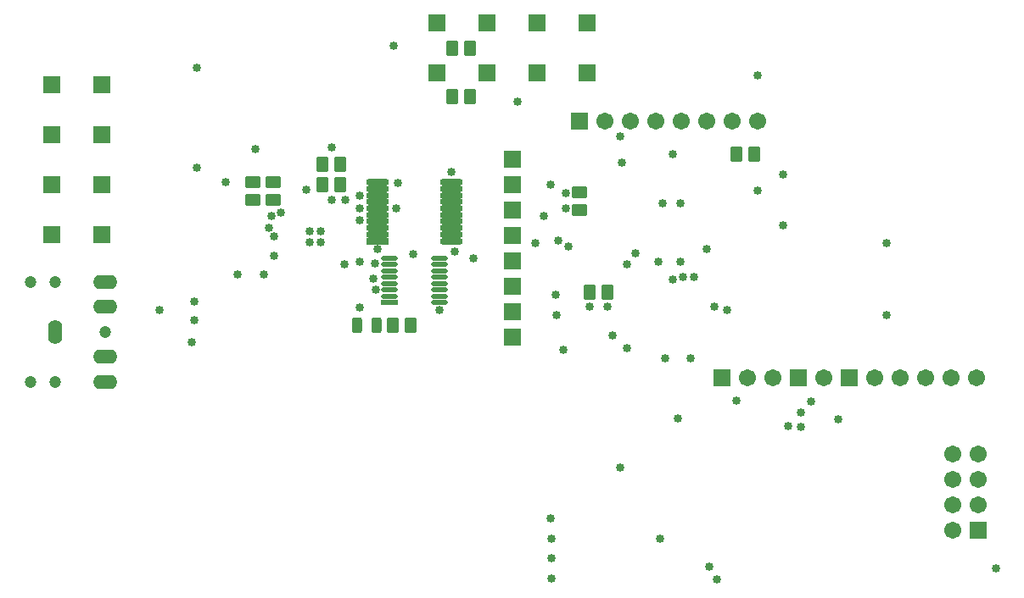
<source format=gbs>
G04 Layer_Color=16711935*
%FSLAX43Y43*%
%MOMM*%
G71*
G01*
G75*
G04:AMPARAMS|DCode=63|XSize=1.603mm|YSize=1.203mm|CornerRadius=0.227mm|HoleSize=0mm|Usage=FLASHONLY|Rotation=270.000|XOffset=0mm|YOffset=0mm|HoleType=Round|Shape=RoundedRectangle|*
%AMROUNDEDRECTD63*
21,1,1.603,0.750,0,0,270.0*
21,1,1.150,1.203,0,0,270.0*
1,1,0.453,-0.375,-0.575*
1,1,0.453,-0.375,0.575*
1,1,0.453,0.375,0.575*
1,1,0.453,0.375,-0.575*
%
%ADD63ROUNDEDRECTD63*%
G04:AMPARAMS|DCode=71|XSize=1.603mm|YSize=1.203mm|CornerRadius=0.227mm|HoleSize=0mm|Usage=FLASHONLY|Rotation=180.000|XOffset=0mm|YOffset=0mm|HoleType=Round|Shape=RoundedRectangle|*
%AMROUNDEDRECTD71*
21,1,1.603,0.750,0,0,180.0*
21,1,1.150,1.203,0,0,180.0*
1,1,0.453,-0.575,0.375*
1,1,0.453,0.575,0.375*
1,1,0.453,0.575,-0.375*
1,1,0.453,-0.575,-0.375*
%
%ADD71ROUNDEDRECTD71*%
G04:AMPARAMS|DCode=73|XSize=1.503mm|YSize=1.003mm|CornerRadius=0.202mm|HoleSize=0mm|Usage=FLASHONLY|Rotation=270.000|XOffset=0mm|YOffset=0mm|HoleType=Round|Shape=RoundedRectangle|*
%AMROUNDEDRECTD73*
21,1,1.503,0.600,0,0,270.0*
21,1,1.100,1.003,0,0,270.0*
1,1,0.403,-0.300,-0.550*
1,1,0.403,-0.300,0.550*
1,1,0.403,0.300,0.550*
1,1,0.403,0.300,-0.550*
%
%ADD73ROUNDEDRECTD73*%
%ADD76R,1.703X1.703*%
%ADD83C,1.703*%
%ADD84R,1.703X1.703*%
%ADD85O,2.403X1.403*%
%ADD86O,1.403X2.403*%
%ADD87C,1.203*%
%ADD88C,0.853*%
%ADD89R,2.303X0.653*%
%ADD90O,2.303X0.653*%
%ADD91O,1.653X0.553*%
%ADD92R,1.653X0.553*%
D63*
X73036Y47498D02*
D03*
X71236D02*
D03*
X36946Y30353D02*
D03*
X38746D02*
D03*
X58431Y33655D02*
D03*
X56631D02*
D03*
X42915Y53213D02*
D03*
X44715D02*
D03*
X42915Y58039D02*
D03*
X44715D02*
D03*
X29961Y44450D02*
D03*
X31761D02*
D03*
X29961Y46482D02*
D03*
X31761D02*
D03*
D71*
X55626Y41888D02*
D03*
Y43688D02*
D03*
X22987Y42915D02*
D03*
Y44715D02*
D03*
X25019Y42915D02*
D03*
Y44715D02*
D03*
D73*
X35417Y30353D02*
D03*
X33417D02*
D03*
D76*
X55626Y50800D02*
D03*
X69850Y25146D02*
D03*
X82550D02*
D03*
X77470D02*
D03*
X2921Y54403D02*
D03*
X7921D02*
D03*
Y49403D02*
D03*
X2921D02*
D03*
Y44403D02*
D03*
X7921D02*
D03*
X2921Y39403D02*
D03*
X7921D02*
D03*
D83*
X92837Y17526D02*
D03*
X95377D02*
D03*
X92837Y14986D02*
D03*
X95377D02*
D03*
X92837Y12446D02*
D03*
X95377D02*
D03*
X92837Y9906D02*
D03*
X73406Y50800D02*
D03*
X70866D02*
D03*
X68326D02*
D03*
X65786D02*
D03*
X63246D02*
D03*
X60706D02*
D03*
X58166D02*
D03*
X74930Y25146D02*
D03*
X72390D02*
D03*
X95250D02*
D03*
X92710D02*
D03*
X90170D02*
D03*
X87630D02*
D03*
X85090D02*
D03*
X80010D02*
D03*
D84*
X95377Y9906D02*
D03*
X56388Y60626D02*
D03*
Y55626D02*
D03*
X51388D02*
D03*
Y60626D02*
D03*
X46388D02*
D03*
Y55626D02*
D03*
X41388Y60626D02*
D03*
Y55626D02*
D03*
X48895Y29210D02*
D03*
Y46990D02*
D03*
Y41910D02*
D03*
Y39370D02*
D03*
Y44450D02*
D03*
Y36830D02*
D03*
Y31750D02*
D03*
Y34290D02*
D03*
D85*
X8322Y34718D02*
D03*
Y32218D02*
D03*
Y27218D02*
D03*
Y24718D02*
D03*
D86*
X3322Y29718D02*
D03*
D87*
X8322D02*
D03*
X3322Y24718D02*
D03*
X822D02*
D03*
X3322Y34718D02*
D03*
X822D02*
D03*
D88*
X28711Y38693D02*
D03*
Y39793D02*
D03*
X29811Y38693D02*
D03*
Y39793D02*
D03*
X64897Y34925D02*
D03*
X61214Y37592D02*
D03*
X60325Y36449D02*
D03*
X54483Y38227D02*
D03*
X53467Y38862D02*
D03*
X53213Y33401D02*
D03*
X53340Y31369D02*
D03*
X56642Y32258D02*
D03*
X58420D02*
D03*
X52705Y44450D02*
D03*
X54229Y43561D02*
D03*
Y42037D02*
D03*
X52070Y41275D02*
D03*
X51181Y38608D02*
D03*
X59690Y49276D02*
D03*
X75946Y45466D02*
D03*
X64897Y47498D02*
D03*
X41656Y31877D02*
D03*
X45021Y37021D02*
D03*
X42799Y45720D02*
D03*
X43180Y37719D02*
D03*
X37084Y58293D02*
D03*
X38989Y37465D02*
D03*
X35433Y37973D02*
D03*
X33655Y32131D02*
D03*
X37465Y44577D02*
D03*
X32131Y36449D02*
D03*
X37338Y42037D02*
D03*
X33655Y43307D02*
D03*
Y42037D02*
D03*
Y40894D02*
D03*
X35179Y36576D02*
D03*
X35052Y35052D02*
D03*
X33655Y36703D02*
D03*
X35306Y33909D02*
D03*
X17145Y30861D02*
D03*
X13739Y31877D02*
D03*
X17399Y56134D02*
D03*
Y46101D02*
D03*
X23241Y48006D02*
D03*
X28321Y43942D02*
D03*
X30861Y48133D02*
D03*
X32258Y42926D02*
D03*
X30861D02*
D03*
X20320Y44704D02*
D03*
X21463Y35433D02*
D03*
X24130D02*
D03*
X25146Y37338D02*
D03*
X24892Y41275D02*
D03*
X25146Y39243D02*
D03*
X24638Y40132D02*
D03*
X25781Y41656D02*
D03*
X16891Y28702D02*
D03*
X17145Y32766D02*
D03*
X65913Y35179D02*
D03*
X67056D02*
D03*
X69088Y32258D02*
D03*
X70358Y31877D02*
D03*
X68326Y37973D02*
D03*
X65659Y42545D02*
D03*
X63881D02*
D03*
X60325Y28067D02*
D03*
X64135Y27051D02*
D03*
X66675D02*
D03*
X65659Y36703D02*
D03*
X63500D02*
D03*
X86233Y31394D02*
D03*
Y38608D02*
D03*
X75946Y40386D02*
D03*
X73406Y43815D02*
D03*
X53975Y27940D02*
D03*
X63627Y9017D02*
D03*
X69342Y4953D02*
D03*
X68580Y6223D02*
D03*
X78740Y22733D02*
D03*
X77678Y21671D02*
D03*
X76454Y20320D02*
D03*
X81407Y20955D02*
D03*
X52705Y11049D02*
D03*
X52832Y9017D02*
D03*
Y7112D02*
D03*
Y5080D02*
D03*
X71247Y22860D02*
D03*
X77724Y20193D02*
D03*
X58928Y29337D02*
D03*
X59690Y16129D02*
D03*
X65405Y21082D02*
D03*
X49403Y52705D02*
D03*
X59817Y46609D02*
D03*
X73406Y55372D02*
D03*
X97155Y6096D02*
D03*
D89*
X35449Y38787D02*
D03*
D90*
Y39437D02*
D03*
Y40087D02*
D03*
Y40737D02*
D03*
Y41387D02*
D03*
Y42037D02*
D03*
Y42687D02*
D03*
Y43337D02*
D03*
Y43987D02*
D03*
Y44637D02*
D03*
X42799Y38787D02*
D03*
Y39437D02*
D03*
Y40087D02*
D03*
Y40737D02*
D03*
Y41387D02*
D03*
Y42037D02*
D03*
Y42687D02*
D03*
Y43337D02*
D03*
Y43987D02*
D03*
Y44637D02*
D03*
D91*
X41656Y37084D02*
D03*
Y36449D02*
D03*
Y35814D02*
D03*
Y35179D02*
D03*
Y34544D02*
D03*
Y33909D02*
D03*
Y33274D02*
D03*
Y32639D02*
D03*
X36656Y37084D02*
D03*
Y36449D02*
D03*
Y35814D02*
D03*
Y35179D02*
D03*
Y34544D02*
D03*
Y33909D02*
D03*
Y33274D02*
D03*
D92*
Y32639D02*
D03*
M02*

</source>
